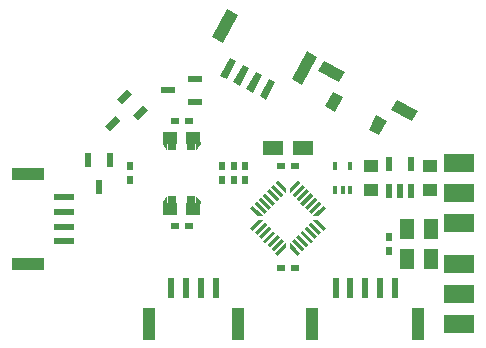
<source format=gbr>
G04 #@! TF.FileFunction,Paste,Bot*
%FSLAX46Y46*%
G04 Gerber Fmt 4.6, Leading zero omitted, Abs format (unit mm)*
G04 Created by KiCad (PCBNEW 4.0.7-e2-6376~58~ubuntu14.04.1) date Wed May 23 15:12:27 2018*
%MOMM*%
%LPD*%
G01*
G04 APERTURE LIST*
%ADD10C,0.100000*%
%ADD11R,0.600000X1.700000*%
%ADD12R,1.000000X2.700000*%
%ADD13R,1.200000X1.000000*%
%ADD14R,0.800000X0.500000*%
%ADD15R,0.500000X0.800000*%
%ADD16R,0.600000X1.200000*%
%ADD17R,0.800000X1.600000*%
%ADD18R,1.800000X1.250000*%
%ADD19R,1.250000X1.800000*%
%ADD20R,1.200000X0.600000*%
%ADD21R,1.700000X0.600000*%
%ADD22R,2.700000X1.000000*%
%ADD23R,2.540000X1.500000*%
%ADD24R,0.300000X0.800000*%
G04 APERTURE END LIST*
D10*
D11*
X192540000Y-67690000D03*
X191290000Y-67690000D03*
X193790000Y-67690000D03*
X195040000Y-67690000D03*
D12*
X188040000Y-70740000D03*
X197040000Y-70740000D03*
D11*
X190040000Y-67690000D03*
D13*
X198000000Y-59400000D03*
X198000000Y-57400000D03*
D14*
X186615000Y-57390000D03*
X185415000Y-57390000D03*
D15*
X194540000Y-64590000D03*
X194540000Y-63390000D03*
D14*
X177600000Y-53600000D03*
X176400000Y-53600000D03*
D15*
X172600000Y-57400000D03*
X172600000Y-58600000D03*
D14*
X177600000Y-62500000D03*
X176400000Y-62500000D03*
D16*
X195500000Y-59550000D03*
X196450000Y-59550000D03*
X194550000Y-59550000D03*
X194550000Y-57250000D03*
X196450000Y-57250000D03*
D10*
G36*
X184939340Y-64769848D02*
X185575736Y-64133452D01*
X185787868Y-64345584D01*
X185151472Y-64981980D01*
X184939340Y-64769848D01*
X184939340Y-64769848D01*
G37*
G36*
X184585787Y-64416295D02*
X185434315Y-63567767D01*
X185646447Y-63779899D01*
X184797919Y-64628427D01*
X184585787Y-64416295D01*
X184585787Y-64416295D01*
G37*
G36*
X184232233Y-64062742D02*
X185080761Y-63214214D01*
X185292893Y-63426346D01*
X184444365Y-64274874D01*
X184232233Y-64062742D01*
X184232233Y-64062742D01*
G37*
G36*
X183878680Y-63709188D02*
X184727208Y-62860660D01*
X184939340Y-63072792D01*
X184090812Y-63921320D01*
X183878680Y-63709188D01*
X183878680Y-63709188D01*
G37*
G36*
X183525126Y-63355635D02*
X184373654Y-62507107D01*
X184585786Y-62719239D01*
X183737258Y-63567767D01*
X183525126Y-63355635D01*
X183525126Y-63355635D01*
G37*
G36*
X183171573Y-63002081D02*
X184020101Y-62153553D01*
X184232233Y-62365685D01*
X183383705Y-63214213D01*
X183171573Y-63002081D01*
X183171573Y-63002081D01*
G37*
G36*
X182818020Y-62648528D02*
X183454416Y-62012132D01*
X183666548Y-62224264D01*
X183030152Y-62860660D01*
X182818020Y-62648528D01*
X182818020Y-62648528D01*
G37*
G36*
X183030152Y-60739340D02*
X183666548Y-61375736D01*
X183454416Y-61587868D01*
X182818020Y-60951472D01*
X183030152Y-60739340D01*
X183030152Y-60739340D01*
G37*
G36*
X183383705Y-60385787D02*
X184232233Y-61234315D01*
X184020101Y-61446447D01*
X183171573Y-60597919D01*
X183383705Y-60385787D01*
X183383705Y-60385787D01*
G37*
G36*
X183737258Y-60032233D02*
X184585786Y-60880761D01*
X184373654Y-61092893D01*
X183525126Y-60244365D01*
X183737258Y-60032233D01*
X183737258Y-60032233D01*
G37*
G36*
X184090812Y-59678680D02*
X184939340Y-60527208D01*
X184727208Y-60739340D01*
X183878680Y-59890812D01*
X184090812Y-59678680D01*
X184090812Y-59678680D01*
G37*
G36*
X184444365Y-59325126D02*
X185292893Y-60173654D01*
X185080761Y-60385786D01*
X184232233Y-59537258D01*
X184444365Y-59325126D01*
X184444365Y-59325126D01*
G37*
G36*
X184797919Y-58971573D02*
X185646447Y-59820101D01*
X185434315Y-60032233D01*
X184585787Y-59183705D01*
X184797919Y-58971573D01*
X184797919Y-58971573D01*
G37*
G36*
X185151472Y-58618020D02*
X185787868Y-59254416D01*
X185575736Y-59466548D01*
X184939340Y-58830152D01*
X185151472Y-58618020D01*
X185151472Y-58618020D01*
G37*
G36*
X186212132Y-59254416D02*
X186848528Y-58618020D01*
X187060660Y-58830152D01*
X186424264Y-59466548D01*
X186212132Y-59254416D01*
X186212132Y-59254416D01*
G37*
G36*
X186353553Y-59820101D02*
X187202081Y-58971573D01*
X187414213Y-59183705D01*
X186565685Y-60032233D01*
X186353553Y-59820101D01*
X186353553Y-59820101D01*
G37*
G36*
X186707107Y-60173654D02*
X187555635Y-59325126D01*
X187767767Y-59537258D01*
X186919239Y-60385786D01*
X186707107Y-60173654D01*
X186707107Y-60173654D01*
G37*
G36*
X187060660Y-60527208D02*
X187909188Y-59678680D01*
X188121320Y-59890812D01*
X187272792Y-60739340D01*
X187060660Y-60527208D01*
X187060660Y-60527208D01*
G37*
G36*
X187414214Y-60880761D02*
X188262742Y-60032233D01*
X188474874Y-60244365D01*
X187626346Y-61092893D01*
X187414214Y-60880761D01*
X187414214Y-60880761D01*
G37*
G36*
X187767767Y-61234315D02*
X188616295Y-60385787D01*
X188828427Y-60597919D01*
X187979899Y-61446447D01*
X187767767Y-61234315D01*
X187767767Y-61234315D01*
G37*
G36*
X188333452Y-61375736D02*
X188969848Y-60739340D01*
X189181980Y-60951472D01*
X188545584Y-61587868D01*
X188333452Y-61375736D01*
X188333452Y-61375736D01*
G37*
G36*
X188545584Y-62012132D02*
X189181980Y-62648528D01*
X188969848Y-62860660D01*
X188333452Y-62224264D01*
X188545584Y-62012132D01*
X188545584Y-62012132D01*
G37*
G36*
X187979899Y-62153553D02*
X188828427Y-63002081D01*
X188616295Y-63214213D01*
X187767767Y-62365685D01*
X187979899Y-62153553D01*
X187979899Y-62153553D01*
G37*
G36*
X187626346Y-62507107D02*
X188474874Y-63355635D01*
X188262742Y-63567767D01*
X187414214Y-62719239D01*
X187626346Y-62507107D01*
X187626346Y-62507107D01*
G37*
G36*
X187272792Y-62860660D02*
X188121320Y-63709188D01*
X187909188Y-63921320D01*
X187060660Y-63072792D01*
X187272792Y-62860660D01*
X187272792Y-62860660D01*
G37*
G36*
X186919239Y-63214214D02*
X187767767Y-64062742D01*
X187555635Y-64274874D01*
X186707107Y-63426346D01*
X186919239Y-63214214D01*
X186919239Y-63214214D01*
G37*
G36*
X186565685Y-63567767D02*
X187414213Y-64416295D01*
X187202081Y-64628427D01*
X186353553Y-63779899D01*
X186565685Y-63567767D01*
X186565685Y-63567767D01*
G37*
G36*
X186424264Y-64133452D02*
X187060660Y-64769848D01*
X186848528Y-64981980D01*
X186212132Y-64345584D01*
X186424264Y-64133452D01*
X186424264Y-64133452D01*
G37*
G36*
X185257538Y-64451651D02*
X185823224Y-63885965D01*
X185823224Y-64310229D01*
X185681802Y-64451651D01*
X185257538Y-64451651D01*
X185257538Y-64451651D01*
G37*
G36*
X186176776Y-63885965D02*
X186742462Y-64451651D01*
X186318198Y-64451651D01*
X186176776Y-64310229D01*
X186176776Y-63885965D01*
X186176776Y-63885965D01*
G37*
G36*
X185823224Y-59714035D02*
X185257538Y-59148349D01*
X185681802Y-59148349D01*
X185823224Y-59289771D01*
X185823224Y-59714035D01*
X185823224Y-59714035D01*
G37*
G36*
X186742462Y-59148349D02*
X186176776Y-59714035D01*
X186176776Y-59289771D01*
X186318198Y-59148349D01*
X186742462Y-59148349D01*
X186742462Y-59148349D01*
G37*
G36*
X183914035Y-61976776D02*
X183348349Y-62542462D01*
X183348349Y-62118198D01*
X183489771Y-61976776D01*
X183914035Y-61976776D01*
X183914035Y-61976776D01*
G37*
G36*
X183348349Y-61057538D02*
X183914035Y-61623224D01*
X183489771Y-61623224D01*
X183348349Y-61481802D01*
X183348349Y-61057538D01*
X183348349Y-61057538D01*
G37*
G36*
X188085965Y-61623224D02*
X188651651Y-61057538D01*
X188651651Y-61481802D01*
X188510229Y-61623224D01*
X188085965Y-61623224D01*
X188085965Y-61623224D01*
G37*
G36*
X188651651Y-62542462D02*
X188085965Y-61976776D01*
X188510229Y-61976776D01*
X188651651Y-62118198D01*
X188651651Y-62542462D01*
X188651651Y-62542462D01*
G37*
D14*
X185400000Y-66000000D03*
X186600000Y-66000000D03*
D17*
X176200000Y-60700000D03*
X177800000Y-60700000D03*
X176200000Y-55300000D03*
X177800000Y-55300000D03*
D13*
X176000000Y-55000000D03*
X178000000Y-55000000D03*
X176000000Y-61000000D03*
X178000000Y-61000000D03*
D10*
G36*
X175400000Y-55450000D02*
X175800000Y-54900000D01*
X175800000Y-56100000D01*
X175400000Y-55550000D01*
X175400000Y-55450000D01*
X175400000Y-55450000D01*
G37*
G36*
X178600000Y-55550000D02*
X178200000Y-56100000D01*
X178200000Y-54900000D01*
X178600000Y-55450000D01*
X178600000Y-55550000D01*
X178600000Y-55550000D01*
G37*
G36*
X175400000Y-60450000D02*
X175800000Y-59900000D01*
X175800000Y-61100000D01*
X175400000Y-60550000D01*
X175400000Y-60450000D01*
X175400000Y-60450000D01*
G37*
G36*
X178600000Y-60550000D02*
X178200000Y-61100000D01*
X178200000Y-59900000D01*
X178600000Y-60450000D01*
X178600000Y-60550000D01*
X178600000Y-60550000D01*
G37*
D18*
X187300000Y-55900000D03*
X184700000Y-55900000D03*
D13*
X193000000Y-57400000D03*
X193000000Y-59400000D03*
D19*
X196040000Y-62700000D03*
X196040000Y-65300000D03*
X198100000Y-62700000D03*
X198100000Y-65300000D03*
D16*
X170000000Y-59150000D03*
X169050000Y-56850000D03*
X170950000Y-56850000D03*
D15*
X180400000Y-57400000D03*
X180400000Y-58600000D03*
X181400000Y-57400000D03*
X181400000Y-58600000D03*
X182400000Y-57400000D03*
X182400000Y-58600000D03*
D20*
X175850000Y-51000000D03*
X178150000Y-50050000D03*
X178150000Y-51950000D03*
D10*
G36*
X170550431Y-54025305D02*
X171398959Y-53176777D01*
X171823223Y-53601041D01*
X170974695Y-54449569D01*
X170550431Y-54025305D01*
X170550431Y-54025305D01*
G37*
G36*
X171505025Y-51727208D02*
X172353553Y-50878680D01*
X172777817Y-51302944D01*
X171929289Y-52151472D01*
X171505025Y-51727208D01*
X171505025Y-51727208D01*
G37*
G36*
X172848528Y-53070711D02*
X173697056Y-52222183D01*
X174121320Y-52646447D01*
X173272792Y-53494975D01*
X172848528Y-53070711D01*
X172848528Y-53070711D01*
G37*
D11*
X177375000Y-67700000D03*
X176125000Y-67700000D03*
X178625000Y-67700000D03*
X179875000Y-67700000D03*
D12*
X174200000Y-70750000D03*
X181800000Y-70750000D03*
D21*
X167000000Y-61275000D03*
X167000000Y-60025000D03*
X167000000Y-62525000D03*
X167000000Y-63775000D03*
D22*
X163950000Y-58100000D03*
X163950000Y-65700000D03*
D10*
G36*
X182489806Y-50904095D02*
X183287908Y-49403084D01*
X183817676Y-49684767D01*
X183019574Y-51185778D01*
X182489806Y-50904095D01*
X182489806Y-50904095D01*
G37*
G36*
X183593490Y-51490934D02*
X184391592Y-49989923D01*
X184921360Y-50271606D01*
X184123258Y-51772617D01*
X183593490Y-51490934D01*
X183593490Y-51490934D01*
G37*
G36*
X181386121Y-50317255D02*
X182184223Y-48816244D01*
X182713991Y-49097927D01*
X181915889Y-50598938D01*
X181386121Y-50317255D01*
X181386121Y-50317255D01*
G37*
G36*
X180282437Y-49730416D02*
X181080539Y-48229405D01*
X181610307Y-48511088D01*
X180812205Y-50012099D01*
X180282437Y-49730416D01*
X180282437Y-49730416D01*
G37*
G36*
X186313727Y-50049256D02*
X187581300Y-47665298D01*
X188464247Y-48134770D01*
X187196674Y-50518728D01*
X186313727Y-50049256D01*
X186313727Y-50049256D01*
G37*
G36*
X179603326Y-46481272D02*
X180870899Y-44097314D01*
X181753846Y-44566786D01*
X180486273Y-46950744D01*
X179603326Y-46481272D01*
X179603326Y-46481272D01*
G37*
G36*
X189129708Y-52336238D02*
X189786968Y-51100111D01*
X190669916Y-51569582D01*
X190012656Y-52805709D01*
X189129708Y-52336238D01*
X189129708Y-52336238D01*
G37*
G36*
X192838088Y-54308018D02*
X193495348Y-53071891D01*
X194378296Y-53541362D01*
X193721036Y-54777489D01*
X192838088Y-54308018D01*
X192838088Y-54308018D01*
G37*
G36*
X188555366Y-49369314D02*
X189024837Y-48486367D01*
X190790732Y-49425310D01*
X190321261Y-50308257D01*
X188555366Y-49369314D01*
X188555366Y-49369314D01*
G37*
G36*
X194735999Y-52655615D02*
X195205470Y-51772668D01*
X196971365Y-52711611D01*
X196501894Y-53594558D01*
X194735999Y-52655615D01*
X194735999Y-52655615D01*
G37*
D23*
X200500000Y-57160000D03*
X200500000Y-59700000D03*
X200500000Y-62240000D03*
X200520000Y-65660000D03*
X200520000Y-68200000D03*
X200520000Y-70740000D03*
D24*
X191290000Y-59390000D03*
X190640000Y-59390000D03*
X189990000Y-59390000D03*
X189990000Y-57390000D03*
X191290000Y-57390000D03*
M02*

</source>
